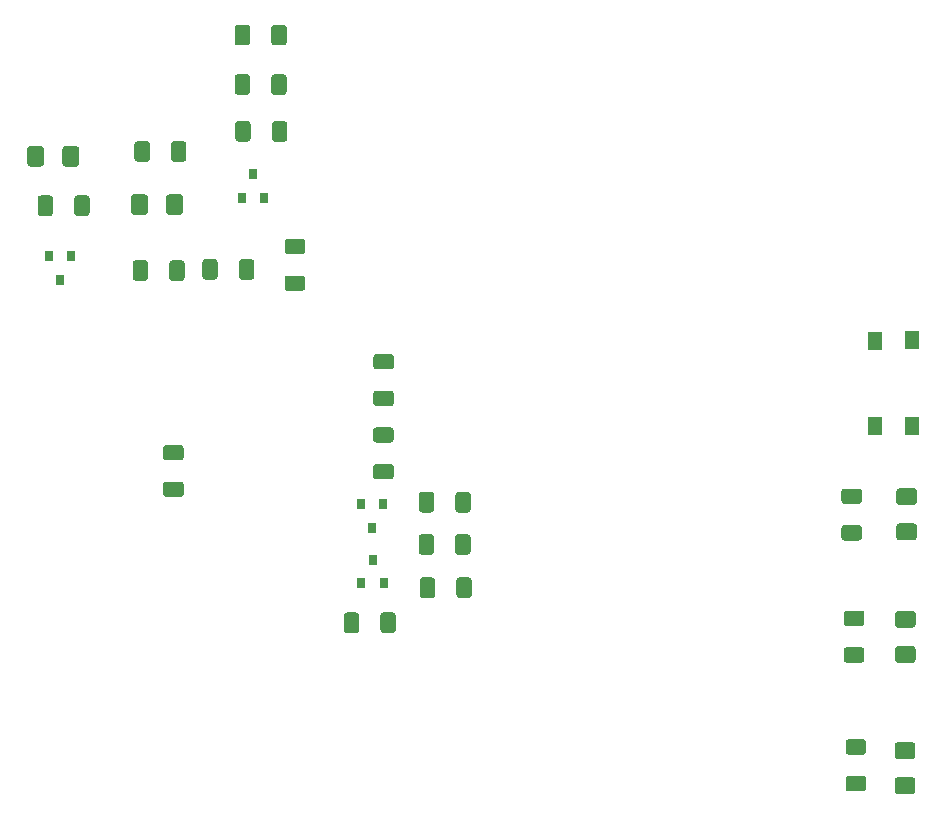
<source format=gbr>
%TF.GenerationSoftware,KiCad,Pcbnew,5.1.12-84ad8e8a86~92~ubuntu18.04.1*%
%TF.CreationDate,2023-06-26T22:09:47+02:00*%
%TF.ProjectId,PROGRAMMER-GLS27SF512,50524f47-5241-44d4-9d45-522d474c5332,1*%
%TF.SameCoordinates,Original*%
%TF.FileFunction,Paste,Top*%
%TF.FilePolarity,Positive*%
%FSLAX46Y46*%
G04 Gerber Fmt 4.6, Leading zero omitted, Abs format (unit mm)*
G04 Created by KiCad (PCBNEW 5.1.12-84ad8e8a86~92~ubuntu18.04.1) date 2023-06-26 22:09:47*
%MOMM*%
%LPD*%
G01*
G04 APERTURE LIST*
%ADD10R,0.800000X0.900000*%
%ADD11R,1.300000X1.550000*%
G04 APERTURE END LIST*
%TO.C,R118*%
G36*
G01*
X78343599Y-99756800D02*
X79593601Y-99756800D01*
G75*
G02*
X79843600Y-100006799I0J-249999D01*
G01*
X79843600Y-100806801D01*
G75*
G02*
X79593601Y-101056800I-249999J0D01*
G01*
X78343599Y-101056800D01*
G75*
G02*
X78093600Y-100806801I0J249999D01*
G01*
X78093600Y-100006799D01*
G75*
G02*
X78343599Y-99756800I249999J0D01*
G01*
G37*
G36*
G01*
X78343599Y-96656800D02*
X79593601Y-96656800D01*
G75*
G02*
X79843600Y-96906799I0J-249999D01*
G01*
X79843600Y-97706801D01*
G75*
G02*
X79593601Y-97956800I-249999J0D01*
G01*
X78343599Y-97956800D01*
G75*
G02*
X78093600Y-97706801I0J249999D01*
G01*
X78093600Y-96906799D01*
G75*
G02*
X78343599Y-96656800I249999J0D01*
G01*
G37*
%TD*%
%TO.C,R117*%
G36*
G01*
X101029600Y-104454799D02*
X101029600Y-105704801D01*
G75*
G02*
X100779601Y-105954800I-249999J0D01*
G01*
X99979599Y-105954800D01*
G75*
G02*
X99729600Y-105704801I0J249999D01*
G01*
X99729600Y-104454799D01*
G75*
G02*
X99979599Y-104204800I249999J0D01*
G01*
X100779601Y-104204800D01*
G75*
G02*
X101029600Y-104454799I0J-249999D01*
G01*
G37*
G36*
G01*
X104129600Y-104454799D02*
X104129600Y-105704801D01*
G75*
G02*
X103879601Y-105954800I-249999J0D01*
G01*
X103079599Y-105954800D01*
G75*
G02*
X102829600Y-105704801I0J249999D01*
G01*
X102829600Y-104454799D01*
G75*
G02*
X103079599Y-104204800I249999J0D01*
G01*
X103879601Y-104204800D01*
G75*
G02*
X104129600Y-104454799I0J-249999D01*
G01*
G37*
%TD*%
%TO.C,R116*%
G36*
G01*
X101131200Y-108112399D02*
X101131200Y-109362401D01*
G75*
G02*
X100881201Y-109612400I-249999J0D01*
G01*
X100081199Y-109612400D01*
G75*
G02*
X99831200Y-109362401I0J249999D01*
G01*
X99831200Y-108112399D01*
G75*
G02*
X100081199Y-107862400I249999J0D01*
G01*
X100881201Y-107862400D01*
G75*
G02*
X101131200Y-108112399I0J-249999D01*
G01*
G37*
G36*
G01*
X104231200Y-108112399D02*
X104231200Y-109362401D01*
G75*
G02*
X103981201Y-109612400I-249999J0D01*
G01*
X103181199Y-109612400D01*
G75*
G02*
X102931200Y-109362401I0J249999D01*
G01*
X102931200Y-108112399D01*
G75*
G02*
X103181199Y-107862400I249999J0D01*
G01*
X103981201Y-107862400D01*
G75*
G02*
X104231200Y-108112399I0J-249999D01*
G01*
G37*
%TD*%
%TO.C,R115*%
G36*
G01*
X94705000Y-111084199D02*
X94705000Y-112334201D01*
G75*
G02*
X94455001Y-112584200I-249999J0D01*
G01*
X93654999Y-112584200D01*
G75*
G02*
X93405000Y-112334201I0J249999D01*
G01*
X93405000Y-111084199D01*
G75*
G02*
X93654999Y-110834200I249999J0D01*
G01*
X94455001Y-110834200D01*
G75*
G02*
X94705000Y-111084199I0J-249999D01*
G01*
G37*
G36*
G01*
X97805000Y-111084199D02*
X97805000Y-112334201D01*
G75*
G02*
X97555001Y-112584200I-249999J0D01*
G01*
X96754999Y-112584200D01*
G75*
G02*
X96505000Y-112334201I0J249999D01*
G01*
X96505000Y-111084199D01*
G75*
G02*
X96754999Y-110834200I249999J0D01*
G01*
X97555001Y-110834200D01*
G75*
G02*
X97805000Y-111084199I0J-249999D01*
G01*
G37*
%TD*%
%TO.C,R114*%
G36*
G01*
X102855000Y-102123401D02*
X102855000Y-100873399D01*
G75*
G02*
X103104999Y-100623400I249999J0D01*
G01*
X103905001Y-100623400D01*
G75*
G02*
X104155000Y-100873399I0J-249999D01*
G01*
X104155000Y-102123401D01*
G75*
G02*
X103905001Y-102373400I-249999J0D01*
G01*
X103104999Y-102373400D01*
G75*
G02*
X102855000Y-102123401I0J249999D01*
G01*
G37*
G36*
G01*
X99755000Y-102123401D02*
X99755000Y-100873399D01*
G75*
G02*
X100004999Y-100623400I249999J0D01*
G01*
X100805001Y-100623400D01*
G75*
G02*
X101055000Y-100873399I0J-249999D01*
G01*
X101055000Y-102123401D01*
G75*
G02*
X100805001Y-102373400I-249999J0D01*
G01*
X100004999Y-102373400D01*
G75*
G02*
X99755000Y-102123401I0J249999D01*
G01*
G37*
%TD*%
%TO.C,R113*%
G36*
G01*
X89880601Y-80507600D02*
X88630599Y-80507600D01*
G75*
G02*
X88380600Y-80257601I0J249999D01*
G01*
X88380600Y-79457599D01*
G75*
G02*
X88630599Y-79207600I249999J0D01*
G01*
X89880601Y-79207600D01*
G75*
G02*
X90130600Y-79457599I0J-249999D01*
G01*
X90130600Y-80257601D01*
G75*
G02*
X89880601Y-80507600I-249999J0D01*
G01*
G37*
G36*
G01*
X89880601Y-83607600D02*
X88630599Y-83607600D01*
G75*
G02*
X88380600Y-83357601I0J249999D01*
G01*
X88380600Y-82557599D01*
G75*
G02*
X88630599Y-82307600I249999J0D01*
G01*
X89880601Y-82307600D01*
G75*
G02*
X90130600Y-82557599I0J-249999D01*
G01*
X90130600Y-83357601D01*
G75*
G02*
X89880601Y-83607600I-249999J0D01*
G01*
G37*
%TD*%
D10*
%TO.C,Q104*%
X95798600Y-103650800D03*
X94848600Y-101650800D03*
X96748600Y-101650800D03*
%TD*%
%TO.C,Q103*%
X95834200Y-106365800D03*
X96784200Y-108365800D03*
X94884200Y-108365800D03*
%TD*%
%TO.C,R112*%
G36*
G01*
X78775800Y-72430801D02*
X78775800Y-71180799D01*
G75*
G02*
X79025799Y-70930800I249999J0D01*
G01*
X79825801Y-70930800D01*
G75*
G02*
X80075800Y-71180799I0J-249999D01*
G01*
X80075800Y-72430801D01*
G75*
G02*
X79825801Y-72680800I-249999J0D01*
G01*
X79025799Y-72680800D01*
G75*
G02*
X78775800Y-72430801I0J249999D01*
G01*
G37*
G36*
G01*
X75675800Y-72430801D02*
X75675800Y-71180799D01*
G75*
G02*
X75925799Y-70930800I249999J0D01*
G01*
X76725801Y-70930800D01*
G75*
G02*
X76975800Y-71180799I0J-249999D01*
G01*
X76975800Y-72430801D01*
G75*
G02*
X76725801Y-72680800I-249999J0D01*
G01*
X75925799Y-72680800D01*
G75*
G02*
X75675800Y-72430801I0J249999D01*
G01*
G37*
%TD*%
%TO.C,D107*%
G36*
G01*
X69569300Y-72837200D02*
X69569300Y-71587200D01*
G75*
G02*
X69819300Y-71337200I250000J0D01*
G01*
X70744300Y-71337200D01*
G75*
G02*
X70994300Y-71587200I0J-250000D01*
G01*
X70994300Y-72837200D01*
G75*
G02*
X70744300Y-73087200I-250000J0D01*
G01*
X69819300Y-73087200D01*
G75*
G02*
X69569300Y-72837200I0J250000D01*
G01*
G37*
G36*
G01*
X66594300Y-72837200D02*
X66594300Y-71587200D01*
G75*
G02*
X66844300Y-71337200I250000J0D01*
G01*
X67769300Y-71337200D01*
G75*
G02*
X68019300Y-71587200I0J-250000D01*
G01*
X68019300Y-72837200D01*
G75*
G02*
X67769300Y-73087200I-250000J0D01*
G01*
X66844300Y-73087200D01*
G75*
G02*
X66594300Y-72837200I0J250000D01*
G01*
G37*
%TD*%
%TO.C,R109*%
G36*
G01*
X79923400Y-81264599D02*
X79923400Y-82514601D01*
G75*
G02*
X79673401Y-82764600I-249999J0D01*
G01*
X78873399Y-82764600D01*
G75*
G02*
X78623400Y-82514601I0J249999D01*
G01*
X78623400Y-81264599D01*
G75*
G02*
X78873399Y-81014600I249999J0D01*
G01*
X79673401Y-81014600D01*
G75*
G02*
X79923400Y-81264599I0J-249999D01*
G01*
G37*
G36*
G01*
X76823400Y-81264599D02*
X76823400Y-82514601D01*
G75*
G02*
X76573401Y-82764600I-249999J0D01*
G01*
X75773399Y-82764600D01*
G75*
G02*
X75523400Y-82514601I0J249999D01*
G01*
X75523400Y-81264599D01*
G75*
G02*
X75773399Y-81014600I249999J0D01*
G01*
X76573401Y-81014600D01*
G75*
G02*
X76823400Y-81264599I0J-249999D01*
G01*
G37*
%TD*%
%TO.C,D101*%
G36*
G01*
X141569600Y-115103000D02*
X140319600Y-115103000D01*
G75*
G02*
X140069600Y-114853000I0J250000D01*
G01*
X140069600Y-113928000D01*
G75*
G02*
X140319600Y-113678000I250000J0D01*
G01*
X141569600Y-113678000D01*
G75*
G02*
X141819600Y-113928000I0J-250000D01*
G01*
X141819600Y-114853000D01*
G75*
G02*
X141569600Y-115103000I-250000J0D01*
G01*
G37*
G36*
G01*
X141569600Y-112128000D02*
X140319600Y-112128000D01*
G75*
G02*
X140069600Y-111878000I0J250000D01*
G01*
X140069600Y-110953000D01*
G75*
G02*
X140319600Y-110703000I250000J0D01*
G01*
X141569600Y-110703000D01*
G75*
G02*
X141819600Y-110953000I0J-250000D01*
G01*
X141819600Y-111878000D01*
G75*
G02*
X141569600Y-112128000I-250000J0D01*
G01*
G37*
%TD*%
%TO.C,D102*%
G36*
G01*
X140294200Y-124792100D02*
X141544200Y-124792100D01*
G75*
G02*
X141794200Y-125042100I0J-250000D01*
G01*
X141794200Y-125967100D01*
G75*
G02*
X141544200Y-126217100I-250000J0D01*
G01*
X140294200Y-126217100D01*
G75*
G02*
X140044200Y-125967100I0J250000D01*
G01*
X140044200Y-125042100D01*
G75*
G02*
X140294200Y-124792100I250000J0D01*
G01*
G37*
G36*
G01*
X140294200Y-121817100D02*
X141544200Y-121817100D01*
G75*
G02*
X141794200Y-122067100I0J-250000D01*
G01*
X141794200Y-122992100D01*
G75*
G02*
X141544200Y-123242100I-250000J0D01*
G01*
X140294200Y-123242100D01*
G75*
G02*
X140044200Y-122992100I0J250000D01*
G01*
X140044200Y-122067100D01*
G75*
G02*
X140294200Y-121817100I250000J0D01*
G01*
G37*
%TD*%
%TO.C,D103*%
G36*
G01*
X140421200Y-100314400D02*
X141671200Y-100314400D01*
G75*
G02*
X141921200Y-100564400I0J-250000D01*
G01*
X141921200Y-101489400D01*
G75*
G02*
X141671200Y-101739400I-250000J0D01*
G01*
X140421200Y-101739400D01*
G75*
G02*
X140171200Y-101489400I0J250000D01*
G01*
X140171200Y-100564400D01*
G75*
G02*
X140421200Y-100314400I250000J0D01*
G01*
G37*
G36*
G01*
X140421200Y-103289400D02*
X141671200Y-103289400D01*
G75*
G02*
X141921200Y-103539400I0J-250000D01*
G01*
X141921200Y-104464400D01*
G75*
G02*
X141671200Y-104714400I-250000J0D01*
G01*
X140421200Y-104714400D01*
G75*
G02*
X140171200Y-104464400I0J250000D01*
G01*
X140171200Y-103539400D01*
G75*
G02*
X140421200Y-103289400I250000J0D01*
G01*
G37*
%TD*%
%TO.C,D104*%
G36*
G01*
X79782700Y-75676600D02*
X79782700Y-76926600D01*
G75*
G02*
X79532700Y-77176600I-250000J0D01*
G01*
X78607700Y-77176600D01*
G75*
G02*
X78357700Y-76926600I0J250000D01*
G01*
X78357700Y-75676600D01*
G75*
G02*
X78607700Y-75426600I250000J0D01*
G01*
X79532700Y-75426600D01*
G75*
G02*
X79782700Y-75676600I0J-250000D01*
G01*
G37*
G36*
G01*
X76807700Y-75676600D02*
X76807700Y-76926600D01*
G75*
G02*
X76557700Y-77176600I-250000J0D01*
G01*
X75632700Y-77176600D01*
G75*
G02*
X75382700Y-76926600I0J250000D01*
G01*
X75382700Y-75676600D01*
G75*
G02*
X75632700Y-75426600I250000J0D01*
G01*
X76557700Y-75426600D01*
G75*
G02*
X76807700Y-75676600I0J-250000D01*
G01*
G37*
%TD*%
%TO.C,Q101*%
X70342800Y-80651600D03*
X68442800Y-80651600D03*
X69392800Y-82651600D03*
%TD*%
%TO.C,Q102*%
X85714800Y-73717400D03*
X86664800Y-75717400D03*
X84764800Y-75717400D03*
%TD*%
%TO.C,R101*%
G36*
G01*
X137226201Y-115077000D02*
X135976199Y-115077000D01*
G75*
G02*
X135726200Y-114827001I0J249999D01*
G01*
X135726200Y-114026999D01*
G75*
G02*
X135976199Y-113777000I249999J0D01*
G01*
X137226201Y-113777000D01*
G75*
G02*
X137476200Y-114026999I0J-249999D01*
G01*
X137476200Y-114827001D01*
G75*
G02*
X137226201Y-115077000I-249999J0D01*
G01*
G37*
G36*
G01*
X137226201Y-111977000D02*
X135976199Y-111977000D01*
G75*
G02*
X135726200Y-111727001I0J249999D01*
G01*
X135726200Y-110926999D01*
G75*
G02*
X135976199Y-110677000I249999J0D01*
G01*
X137226201Y-110677000D01*
G75*
G02*
X137476200Y-110926999I0J-249999D01*
G01*
X137476200Y-111727001D01*
G75*
G02*
X137226201Y-111977000I-249999J0D01*
G01*
G37*
%TD*%
%TO.C,R102*%
G36*
G01*
X136128599Y-124674800D02*
X137378601Y-124674800D01*
G75*
G02*
X137628600Y-124924799I0J-249999D01*
G01*
X137628600Y-125724801D01*
G75*
G02*
X137378601Y-125974800I-249999J0D01*
G01*
X136128599Y-125974800D01*
G75*
G02*
X135878600Y-125724801I0J249999D01*
G01*
X135878600Y-124924799D01*
G75*
G02*
X136128599Y-124674800I249999J0D01*
G01*
G37*
G36*
G01*
X136128599Y-121574800D02*
X137378601Y-121574800D01*
G75*
G02*
X137628600Y-121824799I0J-249999D01*
G01*
X137628600Y-122624801D01*
G75*
G02*
X137378601Y-122874800I-249999J0D01*
G01*
X136128599Y-122874800D01*
G75*
G02*
X135878600Y-122624801I0J249999D01*
G01*
X135878600Y-121824799D01*
G75*
G02*
X136128599Y-121574800I249999J0D01*
G01*
G37*
%TD*%
%TO.C,R103*%
G36*
G01*
X135772999Y-100339800D02*
X137023001Y-100339800D01*
G75*
G02*
X137273000Y-100589799I0J-249999D01*
G01*
X137273000Y-101389801D01*
G75*
G02*
X137023001Y-101639800I-249999J0D01*
G01*
X135772999Y-101639800D01*
G75*
G02*
X135523000Y-101389801I0J249999D01*
G01*
X135523000Y-100589799D01*
G75*
G02*
X135772999Y-100339800I249999J0D01*
G01*
G37*
G36*
G01*
X135772999Y-103439800D02*
X137023001Y-103439800D01*
G75*
G02*
X137273000Y-103689799I0J-249999D01*
G01*
X137273000Y-104489801D01*
G75*
G02*
X137023001Y-104739800I-249999J0D01*
G01*
X135772999Y-104739800D01*
G75*
G02*
X135523000Y-104489801I0J249999D01*
G01*
X135523000Y-103689799D01*
G75*
G02*
X135772999Y-103439800I249999J0D01*
G01*
G37*
%TD*%
%TO.C,R104*%
G36*
G01*
X88610200Y-69478999D02*
X88610200Y-70729001D01*
G75*
G02*
X88360201Y-70979000I-249999J0D01*
G01*
X87560199Y-70979000D01*
G75*
G02*
X87310200Y-70729001I0J249999D01*
G01*
X87310200Y-69478999D01*
G75*
G02*
X87560199Y-69229000I249999J0D01*
G01*
X88360201Y-69229000D01*
G75*
G02*
X88610200Y-69478999I0J-249999D01*
G01*
G37*
G36*
G01*
X85510200Y-69478999D02*
X85510200Y-70729001D01*
G75*
G02*
X85260201Y-70979000I-249999J0D01*
G01*
X84460199Y-70979000D01*
G75*
G02*
X84210200Y-70729001I0J249999D01*
G01*
X84210200Y-69478999D01*
G75*
G02*
X84460199Y-69229000I249999J0D01*
G01*
X85260201Y-69229000D01*
G75*
G02*
X85510200Y-69478999I0J-249999D01*
G01*
G37*
%TD*%
%TO.C,R105*%
G36*
G01*
X68771600Y-75778199D02*
X68771600Y-77028201D01*
G75*
G02*
X68521601Y-77278200I-249999J0D01*
G01*
X67721599Y-77278200D01*
G75*
G02*
X67471600Y-77028201I0J249999D01*
G01*
X67471600Y-75778199D01*
G75*
G02*
X67721599Y-75528200I249999J0D01*
G01*
X68521601Y-75528200D01*
G75*
G02*
X68771600Y-75778199I0J-249999D01*
G01*
G37*
G36*
G01*
X71871600Y-75778199D02*
X71871600Y-77028201D01*
G75*
G02*
X71621601Y-77278200I-249999J0D01*
G01*
X70821599Y-77278200D01*
G75*
G02*
X70571600Y-77028201I0J249999D01*
G01*
X70571600Y-75778199D01*
G75*
G02*
X70821599Y-75528200I249999J0D01*
G01*
X71621601Y-75528200D01*
G75*
G02*
X71871600Y-75778199I0J-249999D01*
G01*
G37*
%TD*%
%TO.C,R106*%
G36*
G01*
X85459400Y-61325599D02*
X85459400Y-62575601D01*
G75*
G02*
X85209401Y-62825600I-249999J0D01*
G01*
X84409399Y-62825600D01*
G75*
G02*
X84159400Y-62575601I0J249999D01*
G01*
X84159400Y-61325599D01*
G75*
G02*
X84409399Y-61075600I249999J0D01*
G01*
X85209401Y-61075600D01*
G75*
G02*
X85459400Y-61325599I0J-249999D01*
G01*
G37*
G36*
G01*
X88559400Y-61325599D02*
X88559400Y-62575601D01*
G75*
G02*
X88309401Y-62825600I-249999J0D01*
G01*
X87509399Y-62825600D01*
G75*
G02*
X87259400Y-62575601I0J249999D01*
G01*
X87259400Y-61325599D01*
G75*
G02*
X87509399Y-61075600I249999J0D01*
G01*
X88309401Y-61075600D01*
G75*
G02*
X88559400Y-61325599I0J-249999D01*
G01*
G37*
%TD*%
%TO.C,R107*%
G36*
G01*
X82717400Y-81162999D02*
X82717400Y-82413001D01*
G75*
G02*
X82467401Y-82663000I-249999J0D01*
G01*
X81667399Y-82663000D01*
G75*
G02*
X81417400Y-82413001I0J249999D01*
G01*
X81417400Y-81162999D01*
G75*
G02*
X81667399Y-80913000I249999J0D01*
G01*
X82467401Y-80913000D01*
G75*
G02*
X82717400Y-81162999I0J-249999D01*
G01*
G37*
G36*
G01*
X85817400Y-81162999D02*
X85817400Y-82413001D01*
G75*
G02*
X85567401Y-82663000I-249999J0D01*
G01*
X84767399Y-82663000D01*
G75*
G02*
X84517400Y-82413001I0J249999D01*
G01*
X84517400Y-81162999D01*
G75*
G02*
X84767399Y-80913000I249999J0D01*
G01*
X85567401Y-80913000D01*
G75*
G02*
X85817400Y-81162999I0J-249999D01*
G01*
G37*
%TD*%
%TO.C,R108*%
G36*
G01*
X96123599Y-95157600D02*
X97373601Y-95157600D01*
G75*
G02*
X97623600Y-95407599I0J-249999D01*
G01*
X97623600Y-96207601D01*
G75*
G02*
X97373601Y-96457600I-249999J0D01*
G01*
X96123599Y-96457600D01*
G75*
G02*
X95873600Y-96207601I0J249999D01*
G01*
X95873600Y-95407599D01*
G75*
G02*
X96123599Y-95157600I249999J0D01*
G01*
G37*
G36*
G01*
X96123599Y-98257600D02*
X97373601Y-98257600D01*
G75*
G02*
X97623600Y-98507599I0J-249999D01*
G01*
X97623600Y-99307601D01*
G75*
G02*
X97373601Y-99557600I-249999J0D01*
G01*
X96123599Y-99557600D01*
G75*
G02*
X95873600Y-99307601I0J249999D01*
G01*
X95873600Y-98507599D01*
G75*
G02*
X96123599Y-98257600I249999J0D01*
G01*
G37*
%TD*%
%TO.C,R110*%
G36*
G01*
X97399001Y-90260600D02*
X96148999Y-90260600D01*
G75*
G02*
X95899000Y-90010601I0J249999D01*
G01*
X95899000Y-89210599D01*
G75*
G02*
X96148999Y-88960600I249999J0D01*
G01*
X97399001Y-88960600D01*
G75*
G02*
X97649000Y-89210599I0J-249999D01*
G01*
X97649000Y-90010601D01*
G75*
G02*
X97399001Y-90260600I-249999J0D01*
G01*
G37*
G36*
G01*
X97399001Y-93360600D02*
X96148999Y-93360600D01*
G75*
G02*
X95899000Y-93110601I0J249999D01*
G01*
X95899000Y-92310599D01*
G75*
G02*
X96148999Y-92060600I249999J0D01*
G01*
X97399001Y-92060600D01*
G75*
G02*
X97649000Y-92310599I0J-249999D01*
G01*
X97649000Y-93110601D01*
G75*
G02*
X97399001Y-93360600I-249999J0D01*
G01*
G37*
%TD*%
%TO.C,R111*%
G36*
G01*
X88559400Y-65516599D02*
X88559400Y-66766601D01*
G75*
G02*
X88309401Y-67016600I-249999J0D01*
G01*
X87509399Y-67016600D01*
G75*
G02*
X87259400Y-66766601I0J249999D01*
G01*
X87259400Y-65516599D01*
G75*
G02*
X87509399Y-65266600I249999J0D01*
G01*
X88309401Y-65266600D01*
G75*
G02*
X88559400Y-65516599I0J-249999D01*
G01*
G37*
G36*
G01*
X85459400Y-65516599D02*
X85459400Y-66766601D01*
G75*
G02*
X85209401Y-67016600I-249999J0D01*
G01*
X84409399Y-67016600D01*
G75*
G02*
X84159400Y-66766601I0J249999D01*
G01*
X84159400Y-65516599D01*
G75*
G02*
X84409399Y-65266600I249999J0D01*
G01*
X85209401Y-65266600D01*
G75*
G02*
X85459400Y-65516599I0J-249999D01*
G01*
G37*
%TD*%
D11*
%TO.C,SW101*%
X141504600Y-95071000D03*
X138404600Y-95071000D03*
X138404600Y-87846000D03*
X141504600Y-87796000D03*
%TD*%
M02*

</source>
